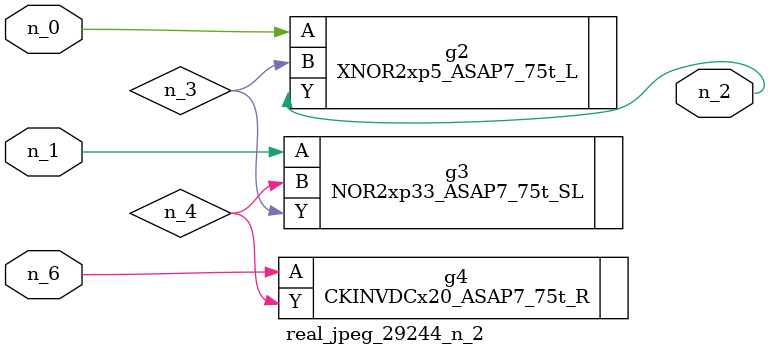
<source format=v>
module real_jpeg_29244_n_2 (n_6, n_1, n_0, n_2);

input n_6;
input n_1;
input n_0;

output n_2;

wire n_4;
wire n_3;

XNOR2xp5_ASAP7_75t_L g2 ( 
.A(n_0),
.B(n_3),
.Y(n_2)
);

NOR2xp33_ASAP7_75t_SL g3 ( 
.A(n_1),
.B(n_4),
.Y(n_3)
);

CKINVDCx20_ASAP7_75t_R g4 ( 
.A(n_6),
.Y(n_4)
);


endmodule
</source>
